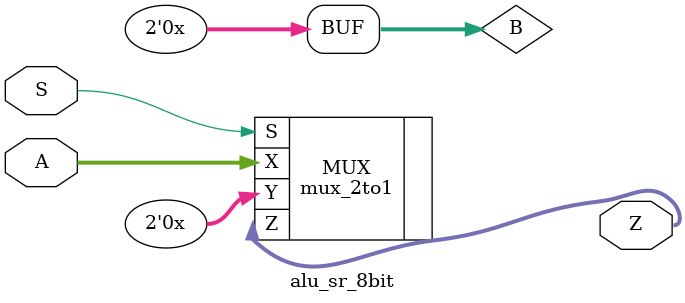
<source format=v>
`timescale 1ns / 1ps
`default_nettype none
module alu_sr_8bit(A, S, Z);

    parameter N = 2;

	//port definitions

	input wire [(N-1):0] A;
	input wire S;
    output wire [(N-1):0] Z;
    wire [(N-1):0] B;

    assign B[N-9:0] = A[N-1:8];
    assign B[N-1:N-8] = 8'b0;
    
	mux_2to1 #(.N(N)) MUX (.X(A), .Y(B), .S(S), .Z(Z));
endmodule
`default_nettype wire


</source>
